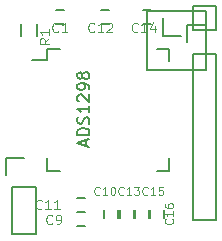
<source format=gbr>
%TF.GenerationSoftware,KiCad,Pcbnew,8.0.7*%
%TF.CreationDate,2025-04-29T18:30:23-03:00*%
%TF.ProjectId,ads_headstage_board_v4,6164735f-6865-4616-9473-746167655f62,rev?*%
%TF.SameCoordinates,Original*%
%TF.FileFunction,Legend,Top*%
%TF.FilePolarity,Positive*%
%FSLAX46Y46*%
G04 Gerber Fmt 4.6, Leading zero omitted, Abs format (unit mm)*
G04 Created by KiCad (PCBNEW 8.0.7) date 2025-04-29 18:30:23*
%MOMM*%
%LPD*%
G01*
G04 APERTURE LIST*
%ADD10C,0.150000*%
%ADD11C,0.100000*%
G04 APERTURE END LIST*
D10*
X128693104Y-102687047D02*
X128693104Y-102210857D01*
X128978819Y-102782285D02*
X127978819Y-102448952D01*
X127978819Y-102448952D02*
X128978819Y-102115619D01*
X128978819Y-101782285D02*
X127978819Y-101782285D01*
X127978819Y-101782285D02*
X127978819Y-101544190D01*
X127978819Y-101544190D02*
X128026438Y-101401333D01*
X128026438Y-101401333D02*
X128121676Y-101306095D01*
X128121676Y-101306095D02*
X128216914Y-101258476D01*
X128216914Y-101258476D02*
X128407390Y-101210857D01*
X128407390Y-101210857D02*
X128550247Y-101210857D01*
X128550247Y-101210857D02*
X128740723Y-101258476D01*
X128740723Y-101258476D02*
X128835961Y-101306095D01*
X128835961Y-101306095D02*
X128931200Y-101401333D01*
X128931200Y-101401333D02*
X128978819Y-101544190D01*
X128978819Y-101544190D02*
X128978819Y-101782285D01*
X128931200Y-100829904D02*
X128978819Y-100687047D01*
X128978819Y-100687047D02*
X128978819Y-100448952D01*
X128978819Y-100448952D02*
X128931200Y-100353714D01*
X128931200Y-100353714D02*
X128883580Y-100306095D01*
X128883580Y-100306095D02*
X128788342Y-100258476D01*
X128788342Y-100258476D02*
X128693104Y-100258476D01*
X128693104Y-100258476D02*
X128597866Y-100306095D01*
X128597866Y-100306095D02*
X128550247Y-100353714D01*
X128550247Y-100353714D02*
X128502628Y-100448952D01*
X128502628Y-100448952D02*
X128455009Y-100639428D01*
X128455009Y-100639428D02*
X128407390Y-100734666D01*
X128407390Y-100734666D02*
X128359771Y-100782285D01*
X128359771Y-100782285D02*
X128264533Y-100829904D01*
X128264533Y-100829904D02*
X128169295Y-100829904D01*
X128169295Y-100829904D02*
X128074057Y-100782285D01*
X128074057Y-100782285D02*
X128026438Y-100734666D01*
X128026438Y-100734666D02*
X127978819Y-100639428D01*
X127978819Y-100639428D02*
X127978819Y-100401333D01*
X127978819Y-100401333D02*
X128026438Y-100258476D01*
X128978819Y-99306095D02*
X128978819Y-99877523D01*
X128978819Y-99591809D02*
X127978819Y-99591809D01*
X127978819Y-99591809D02*
X128121676Y-99687047D01*
X128121676Y-99687047D02*
X128216914Y-99782285D01*
X128216914Y-99782285D02*
X128264533Y-99877523D01*
X128074057Y-98925142D02*
X128026438Y-98877523D01*
X128026438Y-98877523D02*
X127978819Y-98782285D01*
X127978819Y-98782285D02*
X127978819Y-98544190D01*
X127978819Y-98544190D02*
X128026438Y-98448952D01*
X128026438Y-98448952D02*
X128074057Y-98401333D01*
X128074057Y-98401333D02*
X128169295Y-98353714D01*
X128169295Y-98353714D02*
X128264533Y-98353714D01*
X128264533Y-98353714D02*
X128407390Y-98401333D01*
X128407390Y-98401333D02*
X128978819Y-98972761D01*
X128978819Y-98972761D02*
X128978819Y-98353714D01*
X128978819Y-97877523D02*
X128978819Y-97687047D01*
X128978819Y-97687047D02*
X128931200Y-97591809D01*
X128931200Y-97591809D02*
X128883580Y-97544190D01*
X128883580Y-97544190D02*
X128740723Y-97448952D01*
X128740723Y-97448952D02*
X128550247Y-97401333D01*
X128550247Y-97401333D02*
X128169295Y-97401333D01*
X128169295Y-97401333D02*
X128074057Y-97448952D01*
X128074057Y-97448952D02*
X128026438Y-97496571D01*
X128026438Y-97496571D02*
X127978819Y-97591809D01*
X127978819Y-97591809D02*
X127978819Y-97782285D01*
X127978819Y-97782285D02*
X128026438Y-97877523D01*
X128026438Y-97877523D02*
X128074057Y-97925142D01*
X128074057Y-97925142D02*
X128169295Y-97972761D01*
X128169295Y-97972761D02*
X128407390Y-97972761D01*
X128407390Y-97972761D02*
X128502628Y-97925142D01*
X128502628Y-97925142D02*
X128550247Y-97877523D01*
X128550247Y-97877523D02*
X128597866Y-97782285D01*
X128597866Y-97782285D02*
X128597866Y-97591809D01*
X128597866Y-97591809D02*
X128550247Y-97496571D01*
X128550247Y-97496571D02*
X128502628Y-97448952D01*
X128502628Y-97448952D02*
X128407390Y-97401333D01*
X128407390Y-96829904D02*
X128359771Y-96925142D01*
X128359771Y-96925142D02*
X128312152Y-96972761D01*
X128312152Y-96972761D02*
X128216914Y-97020380D01*
X128216914Y-97020380D02*
X128169295Y-97020380D01*
X128169295Y-97020380D02*
X128074057Y-96972761D01*
X128074057Y-96972761D02*
X128026438Y-96925142D01*
X128026438Y-96925142D02*
X127978819Y-96829904D01*
X127978819Y-96829904D02*
X127978819Y-96639428D01*
X127978819Y-96639428D02*
X128026438Y-96544190D01*
X128026438Y-96544190D02*
X128074057Y-96496571D01*
X128074057Y-96496571D02*
X128169295Y-96448952D01*
X128169295Y-96448952D02*
X128216914Y-96448952D01*
X128216914Y-96448952D02*
X128312152Y-96496571D01*
X128312152Y-96496571D02*
X128359771Y-96544190D01*
X128359771Y-96544190D02*
X128407390Y-96639428D01*
X128407390Y-96639428D02*
X128407390Y-96829904D01*
X128407390Y-96829904D02*
X128455009Y-96925142D01*
X128455009Y-96925142D02*
X128502628Y-96972761D01*
X128502628Y-96972761D02*
X128597866Y-97020380D01*
X128597866Y-97020380D02*
X128788342Y-97020380D01*
X128788342Y-97020380D02*
X128883580Y-96972761D01*
X128883580Y-96972761D02*
X128931200Y-96925142D01*
X128931200Y-96925142D02*
X128978819Y-96829904D01*
X128978819Y-96829904D02*
X128978819Y-96639428D01*
X128978819Y-96639428D02*
X128931200Y-96544190D01*
X128931200Y-96544190D02*
X128883580Y-96496571D01*
X128883580Y-96496571D02*
X128788342Y-96448952D01*
X128788342Y-96448952D02*
X128597866Y-96448952D01*
X128597866Y-96448952D02*
X128502628Y-96496571D01*
X128502628Y-96496571D02*
X128455009Y-96544190D01*
X128455009Y-96544190D02*
X128407390Y-96639428D01*
D11*
X126358667Y-92998704D02*
X126320571Y-93036800D01*
X126320571Y-93036800D02*
X126206286Y-93074895D01*
X126206286Y-93074895D02*
X126130095Y-93074895D01*
X126130095Y-93074895D02*
X126015809Y-93036800D01*
X126015809Y-93036800D02*
X125939619Y-92960609D01*
X125939619Y-92960609D02*
X125901524Y-92884419D01*
X125901524Y-92884419D02*
X125863428Y-92732038D01*
X125863428Y-92732038D02*
X125863428Y-92617752D01*
X125863428Y-92617752D02*
X125901524Y-92465371D01*
X125901524Y-92465371D02*
X125939619Y-92389180D01*
X125939619Y-92389180D02*
X126015809Y-92312990D01*
X126015809Y-92312990D02*
X126130095Y-92274895D01*
X126130095Y-92274895D02*
X126206286Y-92274895D01*
X126206286Y-92274895D02*
X126320571Y-92312990D01*
X126320571Y-92312990D02*
X126358667Y-92351085D01*
X127120571Y-93074895D02*
X126663428Y-93074895D01*
X126892000Y-93074895D02*
X126892000Y-92274895D01*
X126892000Y-92274895D02*
X126815809Y-92389180D01*
X126815809Y-92389180D02*
X126739619Y-92465371D01*
X126739619Y-92465371D02*
X126663428Y-92503466D01*
X125850667Y-109254704D02*
X125812571Y-109292800D01*
X125812571Y-109292800D02*
X125698286Y-109330895D01*
X125698286Y-109330895D02*
X125622095Y-109330895D01*
X125622095Y-109330895D02*
X125507809Y-109292800D01*
X125507809Y-109292800D02*
X125431619Y-109216609D01*
X125431619Y-109216609D02*
X125393524Y-109140419D01*
X125393524Y-109140419D02*
X125355428Y-108988038D01*
X125355428Y-108988038D02*
X125355428Y-108873752D01*
X125355428Y-108873752D02*
X125393524Y-108721371D01*
X125393524Y-108721371D02*
X125431619Y-108645180D01*
X125431619Y-108645180D02*
X125507809Y-108568990D01*
X125507809Y-108568990D02*
X125622095Y-108530895D01*
X125622095Y-108530895D02*
X125698286Y-108530895D01*
X125698286Y-108530895D02*
X125812571Y-108568990D01*
X125812571Y-108568990D02*
X125850667Y-108607085D01*
X126231619Y-109330895D02*
X126384000Y-109330895D01*
X126384000Y-109330895D02*
X126460190Y-109292800D01*
X126460190Y-109292800D02*
X126498286Y-109254704D01*
X126498286Y-109254704D02*
X126574476Y-109140419D01*
X126574476Y-109140419D02*
X126612571Y-108988038D01*
X126612571Y-108988038D02*
X126612571Y-108683276D01*
X126612571Y-108683276D02*
X126574476Y-108607085D01*
X126574476Y-108607085D02*
X126536381Y-108568990D01*
X126536381Y-108568990D02*
X126460190Y-108530895D01*
X126460190Y-108530895D02*
X126307809Y-108530895D01*
X126307809Y-108530895D02*
X126231619Y-108568990D01*
X126231619Y-108568990D02*
X126193524Y-108607085D01*
X126193524Y-108607085D02*
X126155428Y-108683276D01*
X126155428Y-108683276D02*
X126155428Y-108873752D01*
X126155428Y-108873752D02*
X126193524Y-108949942D01*
X126193524Y-108949942D02*
X126231619Y-108988038D01*
X126231619Y-108988038D02*
X126307809Y-109026133D01*
X126307809Y-109026133D02*
X126460190Y-109026133D01*
X126460190Y-109026133D02*
X126536381Y-108988038D01*
X126536381Y-108988038D02*
X126574476Y-108949942D01*
X126574476Y-108949942D02*
X126612571Y-108873752D01*
X129851999Y-106804966D02*
X129818666Y-106838300D01*
X129818666Y-106838300D02*
X129718666Y-106871633D01*
X129718666Y-106871633D02*
X129651999Y-106871633D01*
X129651999Y-106871633D02*
X129551999Y-106838300D01*
X129551999Y-106838300D02*
X129485333Y-106771633D01*
X129485333Y-106771633D02*
X129451999Y-106704966D01*
X129451999Y-106704966D02*
X129418666Y-106571633D01*
X129418666Y-106571633D02*
X129418666Y-106471633D01*
X129418666Y-106471633D02*
X129451999Y-106338300D01*
X129451999Y-106338300D02*
X129485333Y-106271633D01*
X129485333Y-106271633D02*
X129551999Y-106204966D01*
X129551999Y-106204966D02*
X129651999Y-106171633D01*
X129651999Y-106171633D02*
X129718666Y-106171633D01*
X129718666Y-106171633D02*
X129818666Y-106204966D01*
X129818666Y-106204966D02*
X129851999Y-106238300D01*
X130518666Y-106871633D02*
X130118666Y-106871633D01*
X130318666Y-106871633D02*
X130318666Y-106171633D01*
X130318666Y-106171633D02*
X130251999Y-106271633D01*
X130251999Y-106271633D02*
X130185333Y-106338300D01*
X130185333Y-106338300D02*
X130118666Y-106371633D01*
X130952000Y-106171633D02*
X131018666Y-106171633D01*
X131018666Y-106171633D02*
X131085333Y-106204966D01*
X131085333Y-106204966D02*
X131118666Y-106238300D01*
X131118666Y-106238300D02*
X131152000Y-106304966D01*
X131152000Y-106304966D02*
X131185333Y-106438300D01*
X131185333Y-106438300D02*
X131185333Y-106604966D01*
X131185333Y-106604966D02*
X131152000Y-106738300D01*
X131152000Y-106738300D02*
X131118666Y-106804966D01*
X131118666Y-106804966D02*
X131085333Y-106838300D01*
X131085333Y-106838300D02*
X131018666Y-106871633D01*
X131018666Y-106871633D02*
X130952000Y-106871633D01*
X130952000Y-106871633D02*
X130885333Y-106838300D01*
X130885333Y-106838300D02*
X130852000Y-106804966D01*
X130852000Y-106804966D02*
X130818666Y-106738300D01*
X130818666Y-106738300D02*
X130785333Y-106604966D01*
X130785333Y-106604966D02*
X130785333Y-106438300D01*
X130785333Y-106438300D02*
X130818666Y-106304966D01*
X130818666Y-106304966D02*
X130852000Y-106238300D01*
X130852000Y-106238300D02*
X130885333Y-106204966D01*
X130885333Y-106204966D02*
X130952000Y-106171633D01*
X124961714Y-107984704D02*
X124923618Y-108022800D01*
X124923618Y-108022800D02*
X124809333Y-108060895D01*
X124809333Y-108060895D02*
X124733142Y-108060895D01*
X124733142Y-108060895D02*
X124618856Y-108022800D01*
X124618856Y-108022800D02*
X124542666Y-107946609D01*
X124542666Y-107946609D02*
X124504571Y-107870419D01*
X124504571Y-107870419D02*
X124466475Y-107718038D01*
X124466475Y-107718038D02*
X124466475Y-107603752D01*
X124466475Y-107603752D02*
X124504571Y-107451371D01*
X124504571Y-107451371D02*
X124542666Y-107375180D01*
X124542666Y-107375180D02*
X124618856Y-107298990D01*
X124618856Y-107298990D02*
X124733142Y-107260895D01*
X124733142Y-107260895D02*
X124809333Y-107260895D01*
X124809333Y-107260895D02*
X124923618Y-107298990D01*
X124923618Y-107298990D02*
X124961714Y-107337085D01*
X125723618Y-108060895D02*
X125266475Y-108060895D01*
X125495047Y-108060895D02*
X125495047Y-107260895D01*
X125495047Y-107260895D02*
X125418856Y-107375180D01*
X125418856Y-107375180D02*
X125342666Y-107451371D01*
X125342666Y-107451371D02*
X125266475Y-107489466D01*
X126485523Y-108060895D02*
X126028380Y-108060895D01*
X126256952Y-108060895D02*
X126256952Y-107260895D01*
X126256952Y-107260895D02*
X126180761Y-107375180D01*
X126180761Y-107375180D02*
X126104571Y-107451371D01*
X126104571Y-107451371D02*
X126028380Y-107489466D01*
X129406714Y-92998704D02*
X129368618Y-93036800D01*
X129368618Y-93036800D02*
X129254333Y-93074895D01*
X129254333Y-93074895D02*
X129178142Y-93074895D01*
X129178142Y-93074895D02*
X129063856Y-93036800D01*
X129063856Y-93036800D02*
X128987666Y-92960609D01*
X128987666Y-92960609D02*
X128949571Y-92884419D01*
X128949571Y-92884419D02*
X128911475Y-92732038D01*
X128911475Y-92732038D02*
X128911475Y-92617752D01*
X128911475Y-92617752D02*
X128949571Y-92465371D01*
X128949571Y-92465371D02*
X128987666Y-92389180D01*
X128987666Y-92389180D02*
X129063856Y-92312990D01*
X129063856Y-92312990D02*
X129178142Y-92274895D01*
X129178142Y-92274895D02*
X129254333Y-92274895D01*
X129254333Y-92274895D02*
X129368618Y-92312990D01*
X129368618Y-92312990D02*
X129406714Y-92351085D01*
X130168618Y-93074895D02*
X129711475Y-93074895D01*
X129940047Y-93074895D02*
X129940047Y-92274895D01*
X129940047Y-92274895D02*
X129863856Y-92389180D01*
X129863856Y-92389180D02*
X129787666Y-92465371D01*
X129787666Y-92465371D02*
X129711475Y-92503466D01*
X130473380Y-92351085D02*
X130511476Y-92312990D01*
X130511476Y-92312990D02*
X130587666Y-92274895D01*
X130587666Y-92274895D02*
X130778142Y-92274895D01*
X130778142Y-92274895D02*
X130854333Y-92312990D01*
X130854333Y-92312990D02*
X130892428Y-92351085D01*
X130892428Y-92351085D02*
X130930523Y-92427276D01*
X130930523Y-92427276D02*
X130930523Y-92503466D01*
X130930523Y-92503466D02*
X130892428Y-92617752D01*
X130892428Y-92617752D02*
X130435285Y-93074895D01*
X130435285Y-93074895D02*
X130930523Y-93074895D01*
X131883999Y-106804966D02*
X131850666Y-106838300D01*
X131850666Y-106838300D02*
X131750666Y-106871633D01*
X131750666Y-106871633D02*
X131683999Y-106871633D01*
X131683999Y-106871633D02*
X131583999Y-106838300D01*
X131583999Y-106838300D02*
X131517333Y-106771633D01*
X131517333Y-106771633D02*
X131483999Y-106704966D01*
X131483999Y-106704966D02*
X131450666Y-106571633D01*
X131450666Y-106571633D02*
X131450666Y-106471633D01*
X131450666Y-106471633D02*
X131483999Y-106338300D01*
X131483999Y-106338300D02*
X131517333Y-106271633D01*
X131517333Y-106271633D02*
X131583999Y-106204966D01*
X131583999Y-106204966D02*
X131683999Y-106171633D01*
X131683999Y-106171633D02*
X131750666Y-106171633D01*
X131750666Y-106171633D02*
X131850666Y-106204966D01*
X131850666Y-106204966D02*
X131883999Y-106238300D01*
X132550666Y-106871633D02*
X132150666Y-106871633D01*
X132350666Y-106871633D02*
X132350666Y-106171633D01*
X132350666Y-106171633D02*
X132283999Y-106271633D01*
X132283999Y-106271633D02*
X132217333Y-106338300D01*
X132217333Y-106338300D02*
X132150666Y-106371633D01*
X132784000Y-106171633D02*
X133217333Y-106171633D01*
X133217333Y-106171633D02*
X132984000Y-106438300D01*
X132984000Y-106438300D02*
X133084000Y-106438300D01*
X133084000Y-106438300D02*
X133150666Y-106471633D01*
X133150666Y-106471633D02*
X133184000Y-106504966D01*
X133184000Y-106504966D02*
X133217333Y-106571633D01*
X133217333Y-106571633D02*
X133217333Y-106738300D01*
X133217333Y-106738300D02*
X133184000Y-106804966D01*
X133184000Y-106804966D02*
X133150666Y-106838300D01*
X133150666Y-106838300D02*
X133084000Y-106871633D01*
X133084000Y-106871633D02*
X132884000Y-106871633D01*
X132884000Y-106871633D02*
X132817333Y-106838300D01*
X132817333Y-106838300D02*
X132784000Y-106804966D01*
X133089714Y-92998704D02*
X133051618Y-93036800D01*
X133051618Y-93036800D02*
X132937333Y-93074895D01*
X132937333Y-93074895D02*
X132861142Y-93074895D01*
X132861142Y-93074895D02*
X132746856Y-93036800D01*
X132746856Y-93036800D02*
X132670666Y-92960609D01*
X132670666Y-92960609D02*
X132632571Y-92884419D01*
X132632571Y-92884419D02*
X132594475Y-92732038D01*
X132594475Y-92732038D02*
X132594475Y-92617752D01*
X132594475Y-92617752D02*
X132632571Y-92465371D01*
X132632571Y-92465371D02*
X132670666Y-92389180D01*
X132670666Y-92389180D02*
X132746856Y-92312990D01*
X132746856Y-92312990D02*
X132861142Y-92274895D01*
X132861142Y-92274895D02*
X132937333Y-92274895D01*
X132937333Y-92274895D02*
X133051618Y-92312990D01*
X133051618Y-92312990D02*
X133089714Y-92351085D01*
X133851618Y-93074895D02*
X133394475Y-93074895D01*
X133623047Y-93074895D02*
X133623047Y-92274895D01*
X133623047Y-92274895D02*
X133546856Y-92389180D01*
X133546856Y-92389180D02*
X133470666Y-92465371D01*
X133470666Y-92465371D02*
X133394475Y-92503466D01*
X134537333Y-92541561D02*
X134537333Y-93074895D01*
X134346857Y-92236800D02*
X134156380Y-92808228D01*
X134156380Y-92808228D02*
X134651619Y-92808228D01*
X133915999Y-106804966D02*
X133882666Y-106838300D01*
X133882666Y-106838300D02*
X133782666Y-106871633D01*
X133782666Y-106871633D02*
X133715999Y-106871633D01*
X133715999Y-106871633D02*
X133615999Y-106838300D01*
X133615999Y-106838300D02*
X133549333Y-106771633D01*
X133549333Y-106771633D02*
X133515999Y-106704966D01*
X133515999Y-106704966D02*
X133482666Y-106571633D01*
X133482666Y-106571633D02*
X133482666Y-106471633D01*
X133482666Y-106471633D02*
X133515999Y-106338300D01*
X133515999Y-106338300D02*
X133549333Y-106271633D01*
X133549333Y-106271633D02*
X133615999Y-106204966D01*
X133615999Y-106204966D02*
X133715999Y-106171633D01*
X133715999Y-106171633D02*
X133782666Y-106171633D01*
X133782666Y-106171633D02*
X133882666Y-106204966D01*
X133882666Y-106204966D02*
X133915999Y-106238300D01*
X134582666Y-106871633D02*
X134182666Y-106871633D01*
X134382666Y-106871633D02*
X134382666Y-106171633D01*
X134382666Y-106171633D02*
X134315999Y-106271633D01*
X134315999Y-106271633D02*
X134249333Y-106338300D01*
X134249333Y-106338300D02*
X134182666Y-106371633D01*
X135216000Y-106171633D02*
X134882666Y-106171633D01*
X134882666Y-106171633D02*
X134849333Y-106504966D01*
X134849333Y-106504966D02*
X134882666Y-106471633D01*
X134882666Y-106471633D02*
X134949333Y-106438300D01*
X134949333Y-106438300D02*
X135116000Y-106438300D01*
X135116000Y-106438300D02*
X135182666Y-106471633D01*
X135182666Y-106471633D02*
X135216000Y-106504966D01*
X135216000Y-106504966D02*
X135249333Y-106571633D01*
X135249333Y-106571633D02*
X135249333Y-106738300D01*
X135249333Y-106738300D02*
X135216000Y-106804966D01*
X135216000Y-106804966D02*
X135182666Y-106838300D01*
X135182666Y-106838300D02*
X135116000Y-106871633D01*
X135116000Y-106871633D02*
X134949333Y-106871633D01*
X134949333Y-106871633D02*
X134882666Y-106838300D01*
X134882666Y-106838300D02*
X134849333Y-106804966D01*
X136014966Y-108908000D02*
X136048300Y-108941333D01*
X136048300Y-108941333D02*
X136081633Y-109041333D01*
X136081633Y-109041333D02*
X136081633Y-109108000D01*
X136081633Y-109108000D02*
X136048300Y-109208000D01*
X136048300Y-109208000D02*
X135981633Y-109274667D01*
X135981633Y-109274667D02*
X135914966Y-109308000D01*
X135914966Y-109308000D02*
X135781633Y-109341333D01*
X135781633Y-109341333D02*
X135681633Y-109341333D01*
X135681633Y-109341333D02*
X135548300Y-109308000D01*
X135548300Y-109308000D02*
X135481633Y-109274667D01*
X135481633Y-109274667D02*
X135414966Y-109208000D01*
X135414966Y-109208000D02*
X135381633Y-109108000D01*
X135381633Y-109108000D02*
X135381633Y-109041333D01*
X135381633Y-109041333D02*
X135414966Y-108941333D01*
X135414966Y-108941333D02*
X135448300Y-108908000D01*
X136081633Y-108241333D02*
X136081633Y-108641333D01*
X136081633Y-108441333D02*
X135381633Y-108441333D01*
X135381633Y-108441333D02*
X135481633Y-108508000D01*
X135481633Y-108508000D02*
X135548300Y-108574667D01*
X135548300Y-108574667D02*
X135581633Y-108641333D01*
X135381633Y-107641333D02*
X135381633Y-107774666D01*
X135381633Y-107774666D02*
X135414966Y-107841333D01*
X135414966Y-107841333D02*
X135448300Y-107874666D01*
X135448300Y-107874666D02*
X135548300Y-107941333D01*
X135548300Y-107941333D02*
X135681633Y-107974666D01*
X135681633Y-107974666D02*
X135948300Y-107974666D01*
X135948300Y-107974666D02*
X136014966Y-107941333D01*
X136014966Y-107941333D02*
X136048300Y-107908000D01*
X136048300Y-107908000D02*
X136081633Y-107841333D01*
X136081633Y-107841333D02*
X136081633Y-107708000D01*
X136081633Y-107708000D02*
X136048300Y-107641333D01*
X136048300Y-107641333D02*
X136014966Y-107608000D01*
X136014966Y-107608000D02*
X135948300Y-107574666D01*
X135948300Y-107574666D02*
X135781633Y-107574666D01*
X135781633Y-107574666D02*
X135714966Y-107608000D01*
X135714966Y-107608000D02*
X135681633Y-107641333D01*
X135681633Y-107641333D02*
X135648300Y-107708000D01*
X135648300Y-107708000D02*
X135648300Y-107841333D01*
X135648300Y-107841333D02*
X135681633Y-107908000D01*
X135681633Y-107908000D02*
X135714966Y-107941333D01*
X135714966Y-107941333D02*
X135781633Y-107974666D01*
X125586895Y-93605332D02*
X125205942Y-93871999D01*
X125586895Y-94062475D02*
X124786895Y-94062475D01*
X124786895Y-94062475D02*
X124786895Y-93757713D01*
X124786895Y-93757713D02*
X124824990Y-93681523D01*
X124824990Y-93681523D02*
X124863085Y-93643428D01*
X124863085Y-93643428D02*
X124939276Y-93605332D01*
X124939276Y-93605332D02*
X125053561Y-93605332D01*
X125053561Y-93605332D02*
X125129752Y-93643428D01*
X125129752Y-93643428D02*
X125167847Y-93681523D01*
X125167847Y-93681523D02*
X125205942Y-93757713D01*
X125205942Y-93757713D02*
X125205942Y-94062475D01*
X125586895Y-92843428D02*
X125586895Y-93300571D01*
X125586895Y-93071999D02*
X124786895Y-93071999D01*
X124786895Y-93071999D02*
X124901180Y-93148190D01*
X124901180Y-93148190D02*
X124977371Y-93224380D01*
X124977371Y-93224380D02*
X125015466Y-93300571D01*
D10*
%TO.C,ADS1298*%
X125425000Y-94475000D02*
X125425000Y-95425000D01*
X135775000Y-94475000D02*
X135775000Y-95525000D01*
X135775000Y-104825000D02*
X135775000Y-103775000D01*
X125425000Y-104825000D02*
X125425000Y-103775000D01*
X125425000Y-94475000D02*
X126475000Y-94475000D01*
X125425000Y-104825000D02*
X126475000Y-104825000D01*
X135775000Y-104825000D02*
X134725000Y-104825000D01*
X135775000Y-94475000D02*
X134725000Y-94475000D01*
X125425000Y-95425000D02*
X124150000Y-95425000D01*
%TO.C,APwd1*%
X122450000Y-106200000D02*
X124450000Y-106200000D01*
X124450000Y-106200000D02*
X124450000Y-110200000D01*
X124450000Y-110200000D02*
X122450000Y-110200000D01*
X122450000Y-110200000D02*
X122450000Y-106200000D01*
X121950000Y-105200000D02*
X121950000Y-103700000D01*
X121950000Y-103700000D02*
X123450000Y-103700000D01*
%TO.C,C1*%
X126850000Y-92400000D02*
X126150000Y-92400000D01*
X126150000Y-91200000D02*
X126850000Y-91200000D01*
%TO.C,C9*%
X127950000Y-108300000D02*
X128650000Y-108300000D01*
X128650000Y-109500000D02*
X127950000Y-109500000D01*
%TO.C,C10*%
X131450000Y-108150000D02*
X131450000Y-108850000D01*
X130250000Y-108850000D02*
X130250000Y-108150000D01*
%TO.C,C11*%
X127950000Y-107100000D02*
X128650000Y-107100000D01*
X128650000Y-108300000D02*
X127950000Y-108300000D01*
%TO.C,C12*%
X129950000Y-91200000D02*
X130650000Y-91200000D01*
X130650000Y-92400000D02*
X129950000Y-92400000D01*
%TO.C,C13*%
X132750000Y-108150000D02*
X132750000Y-108850000D01*
X131550000Y-108850000D02*
X131550000Y-108150000D01*
%TO.C,C14*%
X133550000Y-91200000D02*
X134250000Y-91200000D01*
X134250000Y-92400000D02*
X133550000Y-92400000D01*
%TO.C,C15*%
X134050000Y-108150000D02*
X134050000Y-108850000D01*
X132850000Y-108850000D02*
X132850000Y-108150000D01*
%TO.C,C16*%
X135300000Y-108150000D02*
X135300000Y-108850000D01*
X134100000Y-108850000D02*
X134100000Y-108150000D01*
%TO.C,DPwd1*%
X137750000Y-92900000D02*
X137750000Y-90900000D01*
X137750000Y-90900000D02*
X139750000Y-90900000D01*
X139750000Y-90900000D02*
X139750000Y-92900000D01*
X139750000Y-92900000D02*
X137750000Y-92900000D01*
X136750000Y-93400000D02*
X135250000Y-93400000D01*
X135250000Y-93400000D02*
X135250000Y-91900000D01*
%TO.C,R1*%
X123225000Y-93400000D02*
X123225000Y-92400000D01*
X124575000Y-92400000D02*
X124575000Y-93400000D01*
%TO.C,SPI1*%
X137750000Y-94950000D02*
X139750000Y-94950000D01*
X139750000Y-94950000D02*
X139750000Y-108950000D01*
X139750000Y-108950000D02*
X137750000Y-108950000D01*
X137750000Y-108950000D02*
X137750000Y-94950000D01*
X137250000Y-93950000D02*
X137250000Y-92450000D01*
X137250000Y-92450000D02*
X138750000Y-92450000D01*
%TO.C,jDGND1*%
X133900640Y-91300640D02*
X138899360Y-91300640D01*
X138899360Y-91300640D02*
X138899360Y-96299360D01*
X138899360Y-96299360D02*
X133900640Y-96299360D01*
X133900640Y-96299360D02*
X133900640Y-91300640D01*
%TD*%
M02*

</source>
